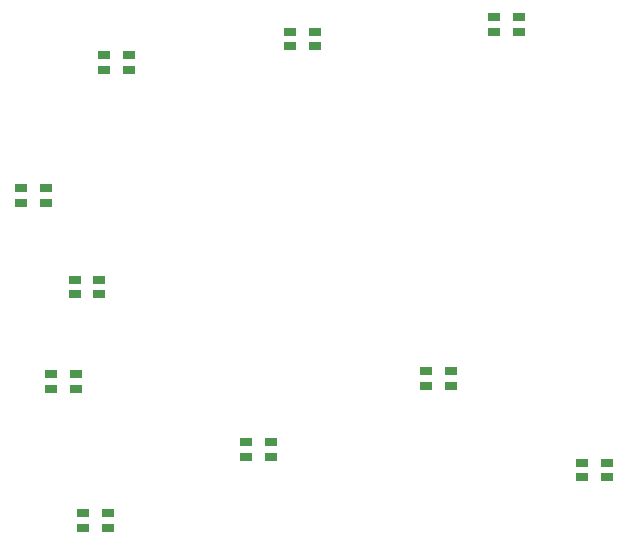
<source format=gbr>
%TF.GenerationSoftware,KiCad,Pcbnew,(5.1.10)-1*%
%TF.CreationDate,2021-10-19T21:24:23+02:00*%
%TF.ProjectId,TVZ_kuglica,54565a5f-6b75-4676-9c69-63612e6b6963,rev?*%
%TF.SameCoordinates,Original*%
%TF.FileFunction,Paste,Top*%
%TF.FilePolarity,Positive*%
%FSLAX46Y46*%
G04 Gerber Fmt 4.6, Leading zero omitted, Abs format (unit mm)*
G04 Created by KiCad (PCBNEW (5.1.10)-1) date 2021-10-19 21:24:23*
%MOMM*%
%LPD*%
G01*
G04 APERTURE LIST*
%ADD10R,1.100000X0.750000*%
G04 APERTURE END LIST*
D10*
%TO.C,D1*%
X110700000Y-86875000D03*
X112800000Y-86875000D03*
X110700000Y-88125000D03*
X112800000Y-88125000D03*
%TD*%
%TO.C,D2*%
X119800000Y-76875000D03*
X117700000Y-76875000D03*
X119800000Y-75625000D03*
X117700000Y-75625000D03*
%TD*%
%TO.C,D3*%
X150700000Y-72375000D03*
X152800000Y-72375000D03*
X150700000Y-73625000D03*
X152800000Y-73625000D03*
%TD*%
%TO.C,D4*%
X131800000Y-109625000D03*
X129700000Y-109625000D03*
X131800000Y-108375000D03*
X129700000Y-108375000D03*
%TD*%
%TO.C,D5*%
X115950000Y-114375000D03*
X118050000Y-114375000D03*
X115950000Y-115625000D03*
X118050000Y-115625000D03*
%TD*%
%TO.C,D6*%
X115300000Y-103875000D03*
X113200000Y-103875000D03*
X115300000Y-102625000D03*
X113200000Y-102625000D03*
%TD*%
%TO.C,D7*%
X115200000Y-94625000D03*
X117300000Y-94625000D03*
X115200000Y-95875000D03*
X117300000Y-95875000D03*
%TD*%
%TO.C,D8*%
X160300000Y-111375000D03*
X158200000Y-111375000D03*
X160300000Y-110125000D03*
X158200000Y-110125000D03*
%TD*%
%TO.C,D9*%
X133450000Y-73625000D03*
X135550000Y-73625000D03*
X133450000Y-74875000D03*
X135550000Y-74875000D03*
%TD*%
%TO.C,D10*%
X147050000Y-103625000D03*
X144950000Y-103625000D03*
X147050000Y-102375000D03*
X144950000Y-102375000D03*
%TD*%
M02*

</source>
